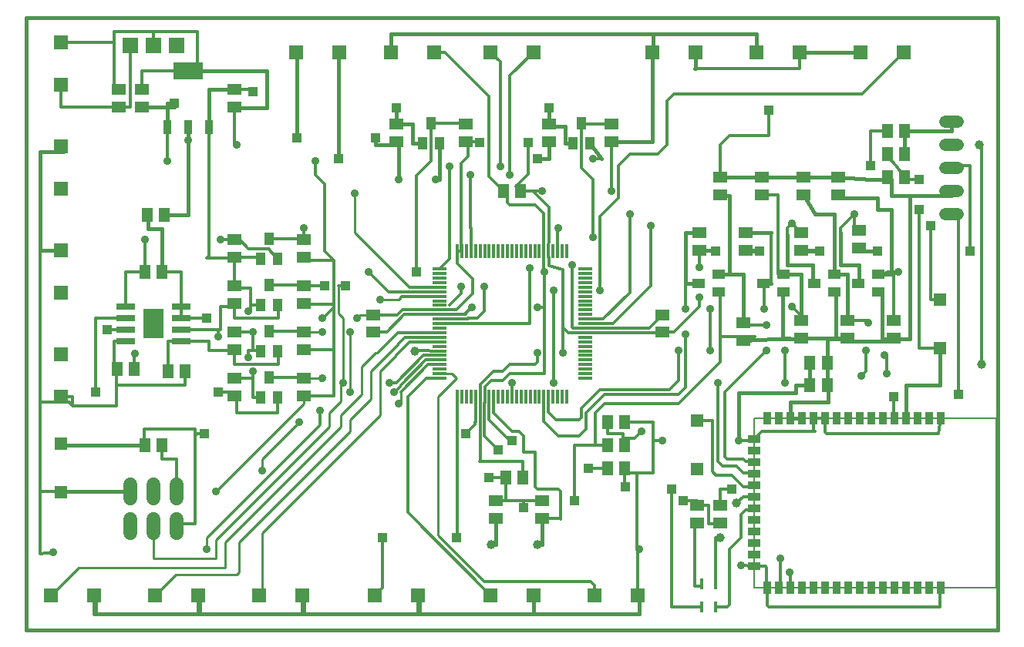
<source format=gtl>
G75*
%MOIN*%
%OFA0B0*%
%FSLAX25Y25*%
%IPPOS*%
%LPD*%
%AMOC8*
5,1,8,0,0,1.08239X$1,22.5*
%
%ADD10C,0.01600*%
%ADD11R,0.05906X0.05118*%
%ADD12R,0.05118X0.05906*%
%ADD13C,0.05200*%
%ADD14C,0.00500*%
%ADD15R,0.05512X0.03543*%
%ADD16R,0.03543X0.05512*%
%ADD17R,0.01772X0.04921*%
%ADD18R,0.05543X0.05543*%
%ADD19R,0.06750X0.06750*%
%ADD20R,0.06150X0.06150*%
%ADD21R,0.08000X0.02600*%
%ADD22R,0.09000X0.13100*%
%ADD23R,0.03300X0.06300*%
%ADD24R,0.13000X0.07500*%
%ADD25R,0.05512X0.03937*%
%ADD26R,0.05906X0.01378*%
%ADD27R,0.01378X0.05906*%
%ADD28C,0.03969*%
%ADD29C,0.06000*%
%ADD30R,0.03937X0.05512*%
%ADD31C,0.01200*%
%ADD32C,0.03569*%
%ADD33R,0.03962X0.03962*%
%ADD34C,0.01000*%
%ADD35C,0.03962*%
D10*
X0001800Y0008495D02*
X0001800Y0273495D01*
X0421800Y0273495D01*
X0421800Y0008495D01*
X0001800Y0008495D01*
X0031052Y0015495D02*
X0031052Y0023495D01*
X0031800Y0023495D01*
X0031800Y0015495D01*
X0076052Y0015495D01*
X0076052Y0023495D01*
X0076800Y0023495D01*
X0076800Y0015495D01*
X0121052Y0015495D01*
X0121052Y0023495D01*
X0121800Y0023495D01*
X0121800Y0015495D01*
X0171052Y0015495D01*
X0171052Y0023495D01*
X0171800Y0023495D01*
X0171800Y0015495D01*
X0221052Y0015495D01*
X0221052Y0023495D01*
X0221052Y0015495D02*
X0266800Y0015495D01*
X0266800Y0023495D01*
X0266052Y0023495D01*
X0224800Y0045495D02*
X0224800Y0056755D01*
X0224800Y0045495D02*
X0222643Y0045495D01*
X0204800Y0045495D02*
X0204800Y0056755D01*
X0204800Y0045495D02*
X0202957Y0045495D01*
X0309800Y0090495D02*
X0309800Y0110995D01*
X0334300Y0110995D01*
X0334300Y0114495D01*
X0340560Y0114495D01*
X0340560Y0123995D01*
X0348040Y0123995D02*
X0348040Y0114495D01*
X0348300Y0114495D01*
X0348300Y0106995D01*
X0332127Y0106995D01*
X0332127Y0100149D01*
X0337127Y0100149D01*
X0348040Y0123995D02*
X0348040Y0134495D01*
X0351800Y0134495D01*
X0356800Y0134495D01*
X0356800Y0134755D01*
X0356800Y0133495D01*
X0358800Y0133495D01*
X0376800Y0133495D01*
X0376800Y0134755D01*
X0376800Y0134495D01*
X0383800Y0134495D01*
X0383800Y0196495D01*
X0375800Y0196495D01*
X0375800Y0203235D01*
X0374060Y0203235D01*
X0374060Y0204495D01*
X0374060Y0203235D02*
X0366800Y0203235D01*
X0352800Y0204235D01*
X0337800Y0204235D01*
X0319800Y0204235D01*
X0301800Y0204235D01*
X0301800Y0196755D02*
X0301800Y0196495D01*
X0305800Y0196495D01*
X0305800Y0162235D01*
X0301131Y0162235D01*
X0311800Y0162235D01*
X0311800Y0141235D01*
X0311800Y0133755D02*
X0331800Y0134755D01*
X0331800Y0134495D01*
X0336800Y0134495D01*
X0336800Y0134755D01*
X0356800Y0134755D01*
X0358800Y0134755D01*
X0358800Y0133495D01*
X0351800Y0134495D02*
X0351800Y0154755D01*
X0351131Y0154755D01*
X0351131Y0162235D02*
X0351131Y0188495D01*
X0342800Y0188495D01*
X0337800Y0196755D01*
X0352800Y0196755D02*
X0352800Y0195495D01*
X0369800Y0195495D01*
X0369800Y0190495D01*
X0375800Y0190495D01*
X0375800Y0162235D01*
X0372800Y0162235D01*
X0370131Y0162235D01*
X0370131Y0154755D02*
X0371800Y0154755D01*
X0371800Y0134495D01*
X0376800Y0134495D01*
X0396800Y0130495D02*
X0396800Y0114495D01*
X0382127Y0114495D01*
X0382127Y0100149D01*
X0331800Y0134495D02*
X0328800Y0134495D01*
X0328800Y0154755D01*
X0329131Y0154755D01*
X0323800Y0158495D02*
X0320469Y0158495D01*
X0329131Y0162235D02*
X0336800Y0162235D01*
X0336800Y0142235D01*
X0356800Y0142235D02*
X0356800Y0162235D01*
X0351131Y0162235D01*
X0353800Y0166495D02*
X0353800Y0180495D01*
X0361800Y0180495D02*
X0361800Y0181235D01*
X0361800Y0173755D02*
X0361800Y0172495D01*
X0369800Y0172495D01*
X0361800Y0166495D02*
X0353800Y0166495D01*
X0361800Y0166495D02*
X0361800Y0158495D01*
X0361469Y0158495D01*
X0342469Y0158495D02*
X0341800Y0158495D01*
X0341800Y0166495D01*
X0330800Y0166495D01*
X0330800Y0179495D01*
X0336800Y0179495D02*
X0336800Y0180235D01*
X0336800Y0172755D02*
X0344800Y0172755D01*
X0344800Y0172495D01*
X0336800Y0172495D01*
X0336800Y0172755D01*
X0323800Y0180495D02*
X0312800Y0180495D01*
X0312800Y0180235D01*
X0312800Y0172755D02*
X0319800Y0172755D01*
X0318800Y0172495D01*
X0312800Y0172495D01*
X0312800Y0172755D01*
X0299800Y0172755D02*
X0299800Y0172495D01*
X0299800Y0172755D02*
X0292800Y0172755D01*
X0292800Y0180235D02*
X0286800Y0180235D01*
X0286800Y0158495D01*
X0292469Y0158495D01*
X0301131Y0154755D02*
X0301800Y0154755D01*
X0383800Y0196495D02*
X0401800Y0196495D01*
X0401800Y0198495D01*
X0381540Y0214495D02*
X0381540Y0224495D01*
X0401800Y0224495D01*
X0401800Y0228495D01*
X0362548Y0258495D02*
X0336052Y0258495D01*
X0317548Y0258495D02*
X0317548Y0266495D01*
X0272800Y0266495D01*
X0159548Y0266495D01*
X0159548Y0258495D01*
X0137052Y0258495D02*
X0136800Y0258495D01*
X0136800Y0212495D01*
X0152800Y0218495D02*
X0161800Y0218495D01*
X0161800Y0219755D01*
X0162800Y0219755D01*
X0162800Y0203495D01*
X0180540Y0203495D02*
X0180540Y0219164D01*
X0173060Y0219164D02*
X0168800Y0219164D01*
X0168800Y0227495D01*
X0161800Y0227495D01*
X0161800Y0234495D01*
X0161800Y0227495D02*
X0161800Y0227235D01*
X0152800Y0221495D02*
X0152800Y0218495D01*
X0118800Y0221495D02*
X0118800Y0258495D01*
X0118548Y0258495D01*
X0105800Y0250495D02*
X0105800Y0234495D01*
X0091800Y0234495D01*
X0091800Y0234755D01*
X0091800Y0242235D02*
X0080800Y0242235D01*
X0080800Y0223495D01*
X0071800Y0225895D02*
X0071800Y0187995D01*
X0061540Y0187995D01*
X0060540Y0181995D02*
X0054300Y0181995D01*
X0054300Y0187995D01*
X0054060Y0187995D01*
X0060540Y0181995D02*
X0060540Y0163495D01*
X0016800Y0172747D02*
X0007800Y0172747D01*
X0007800Y0215495D01*
X0017800Y0215495D01*
X0051800Y0234755D02*
X0065800Y0234755D01*
X0065800Y0236495D01*
X0062745Y0236495D01*
X0062745Y0225895D01*
X0075800Y0250495D02*
X0105800Y0250495D01*
X0222800Y0212495D02*
X0227800Y0212495D01*
X0227800Y0219755D01*
X0234800Y0219164D02*
X0234800Y0226495D01*
X0227800Y0226495D01*
X0227800Y0227235D01*
X0227800Y0234495D01*
X0234800Y0219164D02*
X0238060Y0219164D01*
X0245540Y0219164D02*
X0250540Y0212495D01*
X0254800Y0219755D02*
X0272548Y0219755D01*
X0272548Y0258495D01*
X0272800Y0258495D01*
X0272800Y0266495D01*
X0291052Y0258495D02*
X0291052Y0251495D01*
X0290800Y0251495D01*
X0106800Y0117826D02*
X0106800Y0117235D01*
X0053060Y0088495D02*
X0015800Y0088495D01*
X0015800Y0088995D01*
X0016800Y0088995D01*
X0016800Y0109243D02*
X0016800Y0109495D01*
X0016800Y0068495D02*
X0046800Y0068495D01*
X0016800Y0068495D02*
X0016800Y0067995D01*
D11*
X0091800Y0109755D03*
X0091800Y0117235D03*
X0091800Y0129755D03*
X0091800Y0137235D03*
X0091800Y0149755D03*
X0091800Y0157235D03*
X0091800Y0169755D03*
X0091800Y0177235D03*
X0121800Y0177235D03*
X0121800Y0169755D03*
X0121800Y0157235D03*
X0121800Y0149755D03*
X0121800Y0137235D03*
X0121800Y0129755D03*
X0121800Y0117235D03*
X0121800Y0109755D03*
X0151800Y0137255D03*
X0151800Y0144735D03*
X0161800Y0219755D03*
X0161800Y0227235D03*
X0191800Y0227235D03*
X0191800Y0219755D03*
X0227800Y0219755D03*
X0227800Y0227235D03*
X0254800Y0227235D03*
X0254800Y0219755D03*
X0301800Y0204235D03*
X0301800Y0196755D03*
X0319800Y0196755D03*
X0319800Y0204235D03*
X0337800Y0204235D03*
X0337800Y0196755D03*
X0352800Y0196755D03*
X0352800Y0204235D03*
X0361800Y0181235D03*
X0361800Y0173755D03*
X0336800Y0172755D03*
X0336800Y0180235D03*
X0312800Y0180235D03*
X0312800Y0172755D03*
X0292800Y0172755D03*
X0292800Y0180235D03*
X0276800Y0144735D03*
X0276800Y0137255D03*
X0311800Y0133755D03*
X0311800Y0141235D03*
X0336800Y0142235D03*
X0336800Y0134755D03*
X0356800Y0134755D03*
X0356800Y0142235D03*
X0376800Y0142235D03*
X0376800Y0134755D03*
X0301800Y0062235D03*
X0291800Y0062235D03*
X0291800Y0054755D03*
X0301800Y0054755D03*
X0224800Y0056755D03*
X0224800Y0064235D03*
X0204800Y0064235D03*
X0204800Y0056755D03*
X0091800Y0234755D03*
X0091800Y0242235D03*
X0051800Y0242235D03*
X0051800Y0234755D03*
X0041800Y0234755D03*
X0041800Y0242235D03*
D12*
X0054060Y0187995D03*
X0061540Y0187995D03*
X0060540Y0163495D03*
X0053060Y0163495D03*
X0048540Y0121495D03*
X0041060Y0121495D03*
X0063060Y0120495D03*
X0070540Y0120495D03*
X0060540Y0088495D03*
X0053060Y0088495D03*
X0209060Y0074495D03*
X0216540Y0074495D03*
X0253060Y0078495D03*
X0260540Y0078495D03*
X0260540Y0088495D03*
X0253060Y0088495D03*
X0253060Y0098495D03*
X0260540Y0098495D03*
X0340560Y0114495D03*
X0348040Y0114495D03*
X0348040Y0123995D03*
X0340560Y0123995D03*
X0374060Y0204495D03*
X0381540Y0204495D03*
X0381540Y0214495D03*
X0374060Y0214495D03*
X0374060Y0224495D03*
X0381540Y0224495D03*
X0215540Y0198495D03*
X0208060Y0198495D03*
D13*
X0399200Y0198495D02*
X0404400Y0198495D01*
X0404400Y0208495D02*
X0399200Y0208495D01*
X0399200Y0218495D02*
X0404400Y0218495D01*
X0404400Y0228495D02*
X0399200Y0228495D01*
X0399200Y0188495D02*
X0404400Y0188495D01*
D14*
X0421261Y0100149D02*
X0316339Y0100149D01*
X0316339Y0026841D01*
X0421261Y0026841D01*
X0421261Y0100149D01*
D15*
X0316339Y0090896D03*
X0316339Y0085896D03*
X0316339Y0080896D03*
X0316339Y0075896D03*
X0316339Y0070896D03*
X0316339Y0065896D03*
X0316339Y0060896D03*
X0316339Y0055896D03*
X0316339Y0050896D03*
X0316339Y0045896D03*
X0316339Y0040896D03*
X0316339Y0035896D03*
D16*
X0322127Y0026841D03*
X0327127Y0026841D03*
X0332127Y0026841D03*
X0337127Y0026841D03*
X0342127Y0026841D03*
X0347127Y0026841D03*
X0352127Y0026841D03*
X0357127Y0026841D03*
X0362127Y0026841D03*
X0367127Y0026841D03*
X0372127Y0026841D03*
X0377127Y0026841D03*
X0382127Y0026841D03*
X0387127Y0026841D03*
X0392127Y0026841D03*
X0397127Y0026841D03*
X0397127Y0100149D03*
X0392127Y0100149D03*
X0387127Y0100149D03*
X0382127Y0100149D03*
X0377127Y0100149D03*
X0372127Y0100149D03*
X0367127Y0100149D03*
X0362127Y0100149D03*
X0357127Y0100149D03*
X0352127Y0100149D03*
X0347127Y0100149D03*
X0342127Y0100149D03*
X0337127Y0100149D03*
X0332127Y0100149D03*
X0327127Y0100149D03*
X0322127Y0100149D03*
D17*
X0299851Y0028495D03*
X0293749Y0028495D03*
X0293749Y0018495D03*
X0299851Y0018495D03*
D18*
X0291800Y0077995D03*
X0291800Y0098995D03*
X0396800Y0130495D03*
X0396800Y0151495D03*
X0016800Y0088995D03*
X0016800Y0067995D03*
D19*
X0046800Y0261495D03*
X0056800Y0261495D03*
X0066800Y0261495D03*
D20*
X0016800Y0262747D03*
X0016800Y0244243D03*
X0016800Y0217747D03*
X0016800Y0199243D03*
X0016800Y0172747D03*
X0016800Y0154243D03*
X0016800Y0127747D03*
X0016800Y0109243D03*
X0012548Y0023495D03*
X0031052Y0023495D03*
X0057548Y0023495D03*
X0076052Y0023495D03*
X0102548Y0023495D03*
X0121052Y0023495D03*
X0152548Y0023495D03*
X0171052Y0023495D03*
X0202548Y0023495D03*
X0221052Y0023495D03*
X0247548Y0023495D03*
X0266052Y0023495D03*
X0272548Y0258495D03*
X0291052Y0258495D03*
X0317548Y0258495D03*
X0336052Y0258495D03*
X0362548Y0258495D03*
X0381052Y0258495D03*
X0221052Y0258495D03*
X0202548Y0258495D03*
X0178052Y0258495D03*
X0159548Y0258495D03*
X0137052Y0258495D03*
X0118548Y0258495D03*
D21*
X0068900Y0148495D03*
X0068900Y0143495D03*
X0068900Y0138495D03*
X0068900Y0133495D03*
X0044700Y0133495D03*
X0044700Y0138495D03*
X0044700Y0143495D03*
X0044700Y0148495D03*
D22*
X0056800Y0140995D03*
D23*
X0062745Y0225895D03*
X0071800Y0225895D03*
X0080855Y0225895D03*
D24*
X0071800Y0250495D03*
D25*
X0292469Y0158495D03*
X0301131Y0162235D03*
X0301131Y0154755D03*
X0320469Y0158495D03*
X0329131Y0162235D03*
X0329131Y0154755D03*
X0342469Y0158495D03*
X0351131Y0162235D03*
X0351131Y0154755D03*
X0361469Y0158495D03*
X0370131Y0162235D03*
X0370131Y0154755D03*
D26*
X0243296Y0154774D03*
X0243296Y0152806D03*
X0243296Y0150837D03*
X0243296Y0148869D03*
X0243296Y0146900D03*
X0243296Y0144932D03*
X0243296Y0142963D03*
X0243296Y0140995D03*
X0243296Y0139026D03*
X0243296Y0137058D03*
X0243296Y0135089D03*
X0243296Y0133121D03*
X0243296Y0131152D03*
X0243296Y0129184D03*
X0243296Y0127215D03*
X0243296Y0125247D03*
X0243296Y0123278D03*
X0243296Y0121310D03*
X0243296Y0119341D03*
X0243296Y0117373D03*
X0243296Y0156743D03*
X0243296Y0158711D03*
X0243296Y0160680D03*
X0243296Y0162648D03*
X0243296Y0164617D03*
X0180304Y0164617D03*
X0180304Y0162648D03*
X0180304Y0160680D03*
X0180304Y0158711D03*
X0180304Y0156743D03*
X0180304Y0154774D03*
X0180304Y0152806D03*
X0180304Y0150837D03*
X0180304Y0148869D03*
X0180304Y0146900D03*
X0180304Y0144932D03*
X0180304Y0142963D03*
X0180304Y0140995D03*
X0180304Y0139026D03*
X0180304Y0137058D03*
X0180304Y0135089D03*
X0180304Y0133121D03*
X0180304Y0131152D03*
X0180304Y0129184D03*
X0180304Y0127215D03*
X0180304Y0125247D03*
X0180304Y0123278D03*
X0180304Y0121310D03*
X0180304Y0119341D03*
X0180304Y0117373D03*
D27*
X0188178Y0109499D03*
X0190146Y0109499D03*
X0192115Y0109499D03*
X0194083Y0109499D03*
X0196052Y0109499D03*
X0198020Y0109499D03*
X0199989Y0109499D03*
X0201957Y0109499D03*
X0203926Y0109499D03*
X0205894Y0109499D03*
X0207863Y0109499D03*
X0209831Y0109499D03*
X0211800Y0109499D03*
X0213769Y0109499D03*
X0215737Y0109499D03*
X0217706Y0109499D03*
X0219674Y0109499D03*
X0221643Y0109499D03*
X0223611Y0109499D03*
X0225580Y0109499D03*
X0227548Y0109499D03*
X0229517Y0109499D03*
X0231485Y0109499D03*
X0233454Y0109499D03*
X0235422Y0109499D03*
X0235422Y0172491D03*
X0233454Y0172491D03*
X0231485Y0172491D03*
X0229517Y0172491D03*
X0227548Y0172491D03*
X0225580Y0172491D03*
X0223611Y0172491D03*
X0221643Y0172491D03*
X0219674Y0172491D03*
X0217706Y0172491D03*
X0215737Y0172491D03*
X0213769Y0172491D03*
X0211800Y0172491D03*
X0209831Y0172491D03*
X0207863Y0172491D03*
X0205894Y0172491D03*
X0203926Y0172491D03*
X0201957Y0172491D03*
X0199989Y0172491D03*
X0198020Y0172491D03*
X0196052Y0172491D03*
X0194083Y0172491D03*
X0192115Y0172491D03*
X0190146Y0172491D03*
X0188178Y0172491D03*
D28*
X0202957Y0045495D03*
X0222643Y0045495D03*
D29*
X0066800Y0050495D02*
X0066800Y0056495D01*
X0056800Y0056495D02*
X0056800Y0050495D01*
X0046800Y0050495D02*
X0046800Y0056495D01*
X0046800Y0065495D02*
X0046800Y0071495D01*
X0056800Y0071495D02*
X0056800Y0065495D01*
X0066800Y0065495D02*
X0066800Y0071495D01*
D30*
X0103060Y0109164D03*
X0110540Y0109164D03*
X0106800Y0117826D03*
X0103060Y0129164D03*
X0110540Y0129164D03*
X0106800Y0137826D03*
X0103060Y0149164D03*
X0110540Y0149164D03*
X0106800Y0157826D03*
X0103060Y0169164D03*
X0110540Y0169164D03*
X0106800Y0177826D03*
X0173060Y0219164D03*
X0180540Y0219164D03*
X0176800Y0227826D03*
X0238060Y0219164D03*
X0245540Y0219164D03*
X0241800Y0227826D03*
D31*
X0241800Y0208495D01*
X0246800Y0203495D01*
X0246800Y0178495D01*
X0231800Y0181495D02*
X0231800Y0182495D01*
X0231485Y0182180D01*
X0231485Y0172491D01*
X0227548Y0172491D02*
X0227800Y0167739D01*
X0227800Y0165995D01*
X0233800Y0164495D01*
X0233800Y0139495D01*
X0233800Y0128495D01*
X0222800Y0128495D02*
X0222800Y0124495D01*
X0221800Y0123495D01*
X0210800Y0123495D01*
X0207800Y0120495D01*
X0203800Y0120495D01*
X0198020Y0114715D01*
X0198020Y0109499D01*
X0198020Y0081715D01*
X0197800Y0081495D01*
X0216540Y0081495D01*
X0216540Y0074495D01*
X0221800Y0070495D02*
X0222800Y0069495D01*
X0231800Y0069495D01*
X0232800Y0068495D01*
X0232800Y0056495D01*
X0232540Y0056755D01*
X0224800Y0056755D01*
X0224800Y0056495D01*
X0216800Y0061495D02*
X0216800Y0064235D01*
X0216800Y0064495D01*
X0216800Y0064235D02*
X0224800Y0064235D01*
X0209060Y0064235D01*
X0209060Y0074495D01*
X0201800Y0074495D01*
X0204800Y0064235D02*
X0209060Y0064235D01*
X0221800Y0070495D02*
X0221800Y0085495D01*
X0216800Y0085495D01*
X0216800Y0092495D01*
X0214800Y0094495D01*
X0211800Y0094495D01*
X0203800Y0102495D01*
X0203800Y0109499D01*
X0203926Y0109499D01*
X0201957Y0109499D02*
X0201800Y0109499D01*
X0201800Y0099495D01*
X0210800Y0090495D01*
X0211800Y0090495D01*
X0205800Y0086495D02*
X0199800Y0092495D01*
X0199800Y0104499D01*
X0199989Y0109499D01*
X0199989Y0113684D01*
X0202800Y0116495D01*
X0207800Y0116495D01*
X0210800Y0119495D01*
X0225800Y0119495D01*
X0225800Y0147995D01*
X0222800Y0147995D01*
X0225800Y0147995D02*
X0225800Y0163495D01*
X0225580Y0163715D01*
X0225580Y0172491D01*
X0225580Y0188715D01*
X0221800Y0192495D01*
X0210800Y0192495D01*
X0209800Y0193495D01*
X0209800Y0196755D01*
X0208060Y0198495D01*
X0201800Y0204755D01*
X0201800Y0239495D01*
X0182800Y0258495D01*
X0178052Y0258495D01*
X0202548Y0258495D02*
X0206800Y0254243D01*
X0206800Y0208995D01*
X0210800Y0205495D02*
X0210800Y0248243D01*
X0221052Y0258495D01*
X0241800Y0227826D02*
X0242391Y0227235D01*
X0254800Y0227235D01*
X0254800Y0219755D02*
X0254800Y0198495D01*
X0257800Y0195495D02*
X0257800Y0209495D01*
X0262800Y0214495D01*
X0274800Y0214495D01*
X0278800Y0218495D01*
X0278800Y0237495D01*
X0281800Y0240495D01*
X0363052Y0240495D01*
X0381052Y0258495D01*
X0336052Y0258495D02*
X0336052Y0251495D01*
X0290800Y0251495D01*
X0322800Y0233495D02*
X0322800Y0222495D01*
X0305800Y0222495D01*
X0301800Y0218495D01*
X0301800Y0204235D01*
X0319800Y0196755D02*
X0326800Y0196755D01*
X0326800Y0162495D01*
X0329131Y0162495D01*
X0329131Y0162235D01*
X0323800Y0158495D02*
X0323800Y0180495D01*
X0330800Y0179495D02*
X0330800Y0182495D01*
X0332800Y0184495D01*
X0336800Y0180495D01*
X0336800Y0180235D01*
X0353800Y0180495D02*
X0353800Y0182495D01*
X0359800Y0188495D01*
X0359800Y0183235D01*
X0361800Y0181235D01*
X0374060Y0163495D02*
X0372800Y0162235D01*
X0376800Y0162235D01*
X0376800Y0142235D01*
X0365800Y0141495D02*
X0365060Y0142235D01*
X0356800Y0142235D01*
X0364800Y0129495D02*
X0364800Y0120495D01*
X0362800Y0118495D01*
X0373800Y0119495D02*
X0373800Y0126495D01*
X0372800Y0127495D01*
X0387800Y0130495D02*
X0387800Y0190495D01*
X0392800Y0183495D02*
X0392800Y0151495D01*
X0396800Y0151495D01*
X0378800Y0163495D02*
X0374060Y0163495D01*
X0409800Y0172495D02*
X0409800Y0209495D01*
X0401800Y0209495D01*
X0401800Y0208495D01*
X0387800Y0203495D02*
X0381540Y0203495D01*
X0381540Y0204495D01*
X0377800Y0209495D01*
X0374060Y0213235D01*
X0374060Y0214495D01*
X0366800Y0209495D02*
X0366800Y0224495D01*
X0374060Y0224495D01*
X0366800Y0203235D02*
X0360800Y0203235D01*
X0401800Y0188495D02*
X0403800Y0188495D01*
X0404800Y0187495D01*
X0404800Y0110495D01*
X0397127Y0100149D02*
X0395973Y0093495D01*
X0347800Y0093495D01*
X0347127Y0094168D01*
X0347127Y0100149D01*
X0342454Y0100149D01*
X0341800Y0099495D01*
X0341800Y0100476D01*
X0341800Y0100495D01*
X0341800Y0100476D02*
X0342127Y0100149D01*
X0342127Y0095168D01*
X0342800Y0094495D01*
X0319938Y0094495D01*
X0316339Y0090896D01*
X0315938Y0090495D01*
X0309800Y0090495D01*
X0303800Y0083495D02*
X0303800Y0111495D01*
X0321800Y0129495D01*
X0316800Y0135495D02*
X0301800Y0135495D01*
X0301800Y0124495D01*
X0283800Y0106495D01*
X0251800Y0106495D01*
X0247800Y0102495D01*
X0247800Y0088495D01*
X0253060Y0088495D01*
X0253060Y0093495D02*
X0253060Y0098495D01*
X0260540Y0098495D02*
X0272800Y0098495D01*
X0272800Y0090495D01*
X0276800Y0090495D01*
X0272800Y0090495D02*
X0272800Y0076495D01*
X0265800Y0076495D01*
X0265800Y0043495D01*
X0266800Y0043495D01*
X0266052Y0042747D01*
X0266052Y0023495D01*
X0280800Y0018495D02*
X0280800Y0069495D01*
X0285800Y0064495D02*
X0291800Y0064495D01*
X0291800Y0062235D01*
X0296800Y0062235D01*
X0296800Y0054495D01*
X0301800Y0054495D01*
X0301800Y0054755D01*
X0301800Y0048495D02*
X0299851Y0048495D01*
X0299851Y0028495D01*
X0293749Y0028495D02*
X0293749Y0027495D01*
X0290800Y0027495D01*
X0290800Y0054755D01*
X0291800Y0054755D01*
X0301800Y0062235D02*
X0301800Y0069495D01*
X0306800Y0069495D01*
X0311800Y0070495D02*
X0306800Y0075495D01*
X0299800Y0075495D01*
X0298300Y0076995D01*
X0298300Y0098995D01*
X0291800Y0098995D01*
X0283800Y0110495D02*
X0251800Y0110495D01*
X0243800Y0102495D01*
X0243800Y0095495D01*
X0240800Y0092495D01*
X0231800Y0092495D01*
X0225580Y0098715D01*
X0225580Y0109499D01*
X0227548Y0109499D02*
X0227548Y0102747D01*
X0230800Y0099495D01*
X0240800Y0099495D01*
X0241800Y0100495D01*
X0241800Y0104495D01*
X0249800Y0112495D01*
X0279800Y0112495D01*
X0283800Y0116495D01*
X0283800Y0129495D01*
X0286800Y0136495D02*
X0286800Y0113495D01*
X0283800Y0110495D01*
X0300800Y0115495D02*
X0300800Y0081495D01*
X0302800Y0079495D01*
X0308800Y0079495D01*
X0311800Y0076495D01*
X0315740Y0076495D01*
X0316339Y0075896D01*
X0316339Y0080896D02*
X0315740Y0081495D01*
X0312800Y0081495D01*
X0311800Y0082495D01*
X0304800Y0082495D01*
X0303800Y0083495D01*
X0311800Y0070495D02*
X0315938Y0070495D01*
X0316339Y0070896D01*
X0316339Y0065896D02*
X0311800Y0065896D01*
X0308800Y0063495D01*
X0315938Y0060495D02*
X0316339Y0060896D01*
X0315938Y0060495D02*
X0312800Y0060495D01*
X0310800Y0058495D01*
X0310800Y0048495D01*
X0305800Y0043495D01*
X0305800Y0019495D01*
X0304800Y0018495D01*
X0299851Y0018495D01*
X0293749Y0018495D02*
X0280800Y0018495D01*
X0310800Y0036495D02*
X0316399Y0035896D01*
X0316339Y0035896D01*
X0321399Y0035896D01*
X0321800Y0035495D01*
X0321800Y0027167D01*
X0322127Y0026841D01*
X0322127Y0019168D01*
X0322800Y0018495D01*
X0396800Y0018495D01*
X0396800Y0026514D01*
X0397127Y0026841D01*
X0332127Y0026841D02*
X0332127Y0033168D01*
X0331800Y0033495D01*
X0327800Y0027514D02*
X0327800Y0039495D01*
X0327800Y0027514D02*
X0327127Y0026841D01*
X0260800Y0070495D02*
X0260540Y0070495D01*
X0260540Y0078495D01*
X0260540Y0076495D01*
X0265800Y0076495D01*
X0253060Y0078495D02*
X0244800Y0078495D01*
X0247800Y0088495D02*
X0238800Y0088495D01*
X0238800Y0064495D01*
X0259800Y0088495D02*
X0259800Y0091495D01*
X0264800Y0091495D01*
X0267800Y0094495D01*
X0259800Y0093495D02*
X0253060Y0093495D01*
X0259800Y0093495D02*
X0259800Y0091495D01*
X0259800Y0088495D02*
X0260540Y0088495D01*
X0229800Y0115495D02*
X0229800Y0155495D01*
X0219300Y0164995D02*
X0219300Y0140995D01*
X0180304Y0140995D01*
X0180304Y0142963D02*
X0192269Y0142963D01*
X0192269Y0142964D02*
X0192313Y0142966D01*
X0192356Y0142971D01*
X0192399Y0142980D01*
X0192441Y0142993D01*
X0192482Y0143009D01*
X0192522Y0143028D01*
X0192559Y0143050D01*
X0192595Y0143076D01*
X0192629Y0143104D01*
X0192660Y0143135D01*
X0192688Y0143169D01*
X0192714Y0143205D01*
X0192736Y0143242D01*
X0192755Y0143282D01*
X0192771Y0143323D01*
X0192784Y0143365D01*
X0192793Y0143408D01*
X0192798Y0143451D01*
X0192800Y0143495D01*
X0196800Y0143495D01*
X0199800Y0146495D01*
X0199800Y0156995D01*
X0194800Y0153995D02*
X0194800Y0160251D01*
X0188178Y0166873D01*
X0188178Y0172491D01*
X0190146Y0172491D01*
X0189800Y0172837D01*
X0189800Y0210495D01*
X0192800Y0213495D01*
X0192800Y0218755D01*
X0191800Y0219755D01*
X0197540Y0219755D01*
X0197800Y0219495D01*
X0191800Y0227235D02*
X0191800Y0227826D01*
X0176800Y0227826D01*
X0176800Y0211495D01*
X0170300Y0204995D01*
X0170300Y0163495D01*
X0167552Y0156743D02*
X0157800Y0166495D01*
X0156800Y0156495D02*
X0158520Y0154774D01*
X0180304Y0154774D01*
X0180304Y0152806D02*
X0164111Y0152806D01*
X0163800Y0152495D01*
X0167552Y0156743D02*
X0180304Y0156743D01*
X0184800Y0148995D02*
X0189800Y0153995D01*
X0189800Y0156995D01*
X0194800Y0153995D02*
X0187706Y0146900D01*
X0180304Y0146900D01*
X0177898Y0146995D01*
X0164300Y0146995D01*
X0162040Y0144735D01*
X0151800Y0144735D01*
X0152040Y0137495D02*
X0151800Y0137255D01*
X0152040Y0137495D02*
X0157800Y0137495D01*
X0165237Y0144932D01*
X0180304Y0144932D01*
X0191237Y0144932D01*
X0194300Y0147995D01*
X0191800Y0145495D02*
X0191798Y0145449D01*
X0191792Y0145402D01*
X0191783Y0145357D01*
X0191769Y0145312D01*
X0191753Y0145269D01*
X0191732Y0145227D01*
X0191708Y0145187D01*
X0191681Y0145149D01*
X0191651Y0145114D01*
X0191618Y0145081D01*
X0191583Y0145051D01*
X0191545Y0145024D01*
X0191505Y0145000D01*
X0191463Y0144979D01*
X0191420Y0144963D01*
X0191375Y0144949D01*
X0191330Y0144940D01*
X0191283Y0144934D01*
X0191237Y0144932D01*
X0179898Y0146896D02*
X0177898Y0146995D01*
X0179800Y0146995D01*
X0179800Y0146994D02*
X0179817Y0146993D01*
X0179834Y0146988D01*
X0179849Y0146981D01*
X0179863Y0146971D01*
X0179875Y0146959D01*
X0179885Y0146945D01*
X0179892Y0146930D01*
X0179897Y0146913D01*
X0179898Y0146896D01*
X0180304Y0137058D02*
X0162363Y0137058D01*
X0153800Y0128495D01*
X0161800Y0127495D02*
X0167426Y0133121D01*
X0180304Y0133121D01*
X0180304Y0135089D02*
X0165394Y0135089D01*
X0162800Y0132495D01*
X0169800Y0128995D02*
X0171804Y0129495D01*
X0180304Y0129184D01*
X0180304Y0127215D02*
X0173520Y0127215D01*
X0161800Y0115495D01*
X0158800Y0115495D01*
X0163800Y0114495D02*
X0174552Y0125247D01*
X0180304Y0125247D01*
X0180304Y0123278D02*
X0175583Y0123278D01*
X0163800Y0111495D01*
X0166800Y0109495D02*
X0166800Y0059243D01*
X0202548Y0023495D01*
X0199800Y0029495D02*
X0245800Y0029495D01*
X0247548Y0027747D01*
X0247548Y0023495D01*
X0199800Y0029495D02*
X0198800Y0030495D01*
X0187800Y0048495D02*
X0188178Y0048873D01*
X0188178Y0109499D01*
X0196052Y0109499D02*
X0196052Y0098495D01*
X0195800Y0098495D01*
X0195800Y0097495D01*
X0191800Y0093495D01*
X0211800Y0109499D02*
X0211800Y0115495D01*
X0180304Y0117373D02*
X0174678Y0117373D01*
X0166800Y0109495D01*
X0134800Y0109755D02*
X0134800Y0129755D01*
X0121800Y0129755D01*
X0121800Y0137235D02*
X0121800Y0137826D01*
X0106800Y0137826D01*
X0099800Y0137235D02*
X0099800Y0129495D01*
X0097800Y0129495D01*
X0097800Y0126495D01*
X0091800Y0123495D02*
X0091800Y0129755D01*
X0091800Y0129495D01*
X0080800Y0129495D01*
X0080800Y0133495D01*
X0068900Y0133495D01*
X0063060Y0133495D01*
X0063060Y0120495D01*
X0070540Y0120495D02*
X0070540Y0114495D01*
X0040800Y0114495D01*
X0040800Y0105495D01*
X0021800Y0105495D01*
X0020300Y0106995D01*
X0007800Y0106995D01*
X0007800Y0068495D01*
X0016300Y0068495D01*
X0016800Y0067995D01*
X0007800Y0068495D02*
X0007800Y0041495D01*
X0013300Y0041995D01*
X0066800Y0053495D02*
X0066800Y0054495D01*
X0074800Y0054495D01*
X0074800Y0092495D01*
X0075800Y0093495D01*
X0078800Y0093495D01*
X0074800Y0092495D02*
X0074800Y0095495D01*
X0052800Y0095495D01*
X0052800Y0088495D01*
X0053060Y0088495D01*
X0060540Y0088495D02*
X0060540Y0082495D01*
X0066800Y0082495D01*
X0066800Y0068495D01*
X0092800Y0102495D02*
X0110540Y0102495D01*
X0110540Y0109164D01*
X0103060Y0109164D02*
X0099800Y0109164D01*
X0099800Y0117235D01*
X0099800Y0120495D01*
X0099800Y0117235D02*
X0091800Y0117235D01*
X0091800Y0111495D02*
X0084800Y0111495D01*
X0091800Y0111495D02*
X0091800Y0109755D01*
X0092800Y0109755D01*
X0092800Y0102495D01*
X0106800Y0117826D02*
X0118800Y0117826D01*
X0121800Y0117826D01*
X0121800Y0117235D01*
X0121800Y0109755D02*
X0134800Y0109755D01*
X0128800Y0103495D02*
X0128800Y0097495D01*
X0110800Y0123495D02*
X0091800Y0123495D01*
X0099800Y0129495D02*
X0103060Y0129495D01*
X0103060Y0129164D01*
X0110540Y0129164D02*
X0110800Y0129164D01*
X0110800Y0123495D01*
X0099800Y0137235D02*
X0091800Y0137235D01*
X0085800Y0138495D02*
X0085800Y0148495D01*
X0091800Y0148495D01*
X0091800Y0149755D01*
X0091800Y0143495D01*
X0110800Y0143495D01*
X0110800Y0149164D01*
X0110540Y0149164D01*
X0103060Y0149164D02*
X0098800Y0149164D01*
X0098800Y0146495D01*
X0097800Y0146495D01*
X0098800Y0149164D02*
X0098800Y0156495D01*
X0091800Y0156495D01*
X0091800Y0157235D01*
X0091800Y0169755D01*
X0091540Y0169495D01*
X0079800Y0169495D01*
X0080800Y0170495D01*
X0080800Y0223495D01*
X0080800Y0225840D01*
X0080855Y0225895D01*
X0071800Y0225895D02*
X0071800Y0220495D01*
X0062800Y0223495D02*
X0062745Y0223550D01*
X0062745Y0225895D01*
X0062800Y0223495D02*
X0062800Y0211495D01*
X0091800Y0219495D02*
X0091800Y0234755D01*
X0091800Y0242235D02*
X0099800Y0242235D01*
X0099800Y0241495D01*
X0075800Y0250495D02*
X0075800Y0267495D01*
X0056800Y0267495D01*
X0039800Y0267495D01*
X0039800Y0262747D01*
X0039800Y0242235D01*
X0041800Y0242235D01*
X0041800Y0234755D02*
X0046800Y0234755D01*
X0046800Y0261495D01*
X0039800Y0262747D02*
X0016800Y0262747D01*
X0016800Y0244243D02*
X0016800Y0234755D01*
X0041800Y0234755D01*
X0051800Y0242235D02*
X0051800Y0250495D01*
X0071800Y0250495D01*
X0075800Y0250495D01*
X0056800Y0261495D02*
X0056800Y0267495D01*
X0091800Y0219495D02*
X0092800Y0218495D01*
X0126800Y0211495D02*
X0126800Y0205495D01*
X0130800Y0201495D01*
X0130800Y0172495D01*
X0134800Y0168495D01*
X0123060Y0168495D01*
X0121800Y0169755D01*
X0121800Y0168495D01*
X0123060Y0168495D01*
X0121800Y0177235D02*
X0121800Y0182495D01*
X0121800Y0177826D02*
X0121800Y0177235D01*
X0121800Y0177826D02*
X0106800Y0177826D01*
X0106800Y0173495D02*
X0097800Y0173495D01*
X0094060Y0177235D01*
X0091800Y0177235D01*
X0086060Y0177235D01*
X0085800Y0177495D01*
X0091800Y0169755D02*
X0103060Y0169755D01*
X0103060Y0169164D01*
X0106800Y0172904D02*
X0106800Y0173495D01*
X0106800Y0172904D02*
X0110540Y0169164D01*
X0106800Y0157826D02*
X0121800Y0157826D01*
X0121800Y0157235D01*
X0130540Y0157235D01*
X0130800Y0157495D01*
X0136800Y0157495D02*
X0139800Y0157495D01*
X0134800Y0149495D02*
X0121800Y0149495D01*
X0121800Y0149755D01*
X0134800Y0149495D02*
X0134800Y0168495D01*
X0134800Y0149495D02*
X0134800Y0129755D01*
X0085800Y0138495D02*
X0084300Y0138495D01*
X0084800Y0137995D01*
X0084800Y0135495D01*
X0084300Y0138495D02*
X0068900Y0138495D01*
X0068900Y0143495D02*
X0067800Y0143495D01*
X0068900Y0143495D02*
X0068900Y0148495D01*
X0068900Y0163495D01*
X0060540Y0163495D01*
X0053060Y0163495D02*
X0044700Y0163495D01*
X0044700Y0148495D01*
X0044700Y0143495D02*
X0031800Y0143495D01*
X0031800Y0111495D01*
X0040800Y0114495D02*
X0040800Y0121495D01*
X0039800Y0121495D01*
X0039800Y0133495D01*
X0044700Y0133495D01*
X0044700Y0138495D02*
X0036800Y0138495D01*
X0048540Y0127735D02*
X0048800Y0127995D01*
X0048540Y0127735D02*
X0048540Y0121495D01*
X0041060Y0121495D02*
X0040800Y0121495D01*
X0021800Y0109243D02*
X0016800Y0109243D01*
X0021800Y0109243D02*
X0021800Y0105495D01*
X0007800Y0106995D02*
X0007800Y0172747D01*
X0053060Y0177235D02*
X0053060Y0163495D01*
X0068900Y0143495D02*
X0079800Y0143495D01*
X0180304Y0164617D02*
X0184800Y0169113D01*
X0184800Y0208995D01*
X0193800Y0205495D02*
X0193800Y0182211D01*
X0194083Y0182211D01*
X0194083Y0172491D01*
X0227548Y0172491D02*
X0227800Y0178743D01*
X0227800Y0191495D01*
X0220800Y0198495D01*
X0224800Y0198495D01*
X0220800Y0198495D02*
X0215540Y0198495D01*
X0213540Y0200495D01*
X0218800Y0205755D01*
X0218800Y0219495D01*
X0246800Y0212495D02*
X0250540Y0212495D01*
X0257800Y0195495D02*
X0249800Y0187495D01*
X0249800Y0155495D01*
X0251269Y0142963D02*
X0262800Y0154495D01*
X0262800Y0188495D01*
X0271800Y0183495D02*
X0271800Y0157495D01*
X0255300Y0140995D01*
X0243296Y0140995D01*
X0243296Y0142963D02*
X0251269Y0142963D01*
X0243296Y0139026D02*
X0238269Y0139026D01*
X0237800Y0139495D01*
X0237800Y0166495D01*
X0271091Y0139026D02*
X0276800Y0144735D01*
X0271091Y0139026D02*
X0243296Y0139026D01*
X0243296Y0137058D02*
X0236237Y0137058D01*
X0233800Y0139495D01*
X0243296Y0137058D02*
X0276603Y0137058D01*
X0276800Y0137255D01*
X0277040Y0137495D01*
X0281800Y0137495D01*
X0292800Y0148495D01*
X0292800Y0152495D01*
X0297300Y0147495D02*
X0297300Y0129495D01*
X0301800Y0135495D02*
X0301800Y0154755D01*
X0286800Y0158495D02*
X0286800Y0147495D01*
X0311800Y0141235D02*
X0312540Y0140495D01*
X0321800Y0140495D01*
X0320800Y0147495D02*
X0320800Y0158164D01*
X0320469Y0158495D01*
X0332800Y0148495D02*
X0336800Y0144495D01*
X0336800Y0142235D01*
X0329800Y0129495D02*
X0329800Y0115495D01*
X0316800Y0135495D02*
X0311800Y0133755D01*
X0292800Y0165495D02*
X0292800Y0172755D01*
X0387800Y0130495D02*
X0396800Y0130495D01*
X0414800Y0123495D02*
X0414800Y0218495D01*
X0413800Y0218495D01*
X0376800Y0109495D02*
X0376800Y0100476D01*
X0377127Y0100149D01*
X0155800Y0048495D02*
X0155800Y0026747D01*
X0152548Y0023495D01*
X0017800Y0215495D02*
X0016800Y0216495D01*
X0016800Y0217747D01*
D32*
X0062800Y0211495D03*
X0071800Y0220495D03*
X0092800Y0218495D03*
X0126800Y0211495D03*
X0143800Y0197495D03*
X0162800Y0203495D03*
X0178800Y0203495D03*
X0184800Y0208995D03*
X0193800Y0205495D03*
X0206800Y0208995D03*
X0210800Y0205495D03*
X0224800Y0198495D03*
X0246800Y0212495D03*
X0254800Y0198495D03*
X0262800Y0188495D03*
X0271800Y0183495D03*
X0246800Y0178495D03*
X0231800Y0182495D03*
X0237800Y0166495D03*
X0225800Y0163495D03*
X0219300Y0164995D03*
X0229800Y0155495D03*
X0222800Y0147995D03*
X0199800Y0156995D03*
X0189800Y0156995D03*
X0194300Y0147995D03*
X0222800Y0128495D03*
X0233800Y0128495D03*
X0229800Y0115495D03*
X0211800Y0115495D03*
X0162800Y0106495D03*
X0160800Y0111495D03*
X0158800Y0115495D03*
X0141800Y0111495D03*
X0138800Y0115495D03*
X0129800Y0117495D03*
X0128800Y0103495D03*
X0119800Y0098495D03*
X0103800Y0077495D03*
X0083800Y0068495D03*
X0079800Y0043495D03*
X0013300Y0041995D03*
X0099800Y0120495D03*
X0097800Y0126495D03*
X0099800Y0137235D03*
X0097800Y0146495D03*
X0084800Y0135495D03*
X0048800Y0127995D03*
X0053060Y0177235D03*
X0085800Y0177495D03*
X0121800Y0182495D03*
X0149800Y0163495D03*
X0154800Y0151495D03*
X0144800Y0143495D03*
X0141800Y0137495D03*
X0129800Y0137495D03*
X0129800Y0143495D03*
X0249800Y0155495D03*
X0286800Y0147495D03*
X0292800Y0152495D03*
X0297300Y0147495D03*
X0286800Y0136495D03*
X0283800Y0129495D03*
X0297300Y0129495D03*
X0300800Y0115495D03*
X0321800Y0129495D03*
X0329800Y0129495D03*
X0321800Y0140495D03*
X0320800Y0147495D03*
X0332800Y0148495D03*
X0365800Y0141495D03*
X0364800Y0129495D03*
X0372800Y0127495D03*
X0373800Y0119495D03*
X0362800Y0118495D03*
X0329800Y0115495D03*
X0309800Y0090495D03*
X0276800Y0090495D03*
X0267800Y0094495D03*
X0266800Y0043495D03*
X0310800Y0036495D03*
X0327800Y0039495D03*
X0331800Y0033495D03*
X0378800Y0163495D03*
X0359800Y0188495D03*
X0332800Y0184495D03*
X0292800Y0165495D03*
D33*
X0299800Y0172495D03*
X0318800Y0172495D03*
X0344800Y0172495D03*
X0369800Y0172495D03*
X0392800Y0183495D03*
X0387800Y0190495D03*
X0387800Y0203495D03*
X0366800Y0209495D03*
X0322800Y0233495D03*
X0227800Y0234495D03*
X0218800Y0219495D03*
X0222800Y0212495D03*
X0197800Y0219495D03*
X0161800Y0234495D03*
X0152800Y0221495D03*
X0136800Y0212495D03*
X0118800Y0221495D03*
X0099800Y0241495D03*
X0065800Y0236495D03*
X0170300Y0163495D03*
X0139800Y0157495D03*
X0130800Y0157495D03*
X0079800Y0143495D03*
X0036800Y0138495D03*
X0031800Y0111495D03*
X0078800Y0093495D03*
X0084800Y0111495D03*
X0155800Y0048495D03*
X0187800Y0048495D03*
X0216800Y0061495D03*
X0201800Y0074495D03*
X0205800Y0086495D03*
X0211800Y0090495D03*
X0191800Y0093495D03*
X0238800Y0064495D03*
X0244800Y0078495D03*
X0260800Y0070495D03*
X0280800Y0069495D03*
X0285800Y0064495D03*
X0306800Y0069495D03*
X0376800Y0109495D03*
X0404800Y0110495D03*
X0409800Y0172495D03*
D34*
X0198800Y0030495D02*
X0179800Y0049495D01*
X0179800Y0109495D01*
X0187800Y0117495D01*
X0185800Y0119495D01*
X0181800Y0119495D01*
X0181646Y0119341D01*
X0180304Y0119341D01*
X0163800Y0114495D02*
X0160800Y0111495D01*
X0163800Y0111495D02*
X0163800Y0107495D01*
X0162800Y0106495D01*
X0154800Y0101495D02*
X0103800Y0050495D01*
X0103800Y0023495D01*
X0102548Y0023495D01*
X0092800Y0032495D02*
X0066548Y0032495D01*
X0057548Y0023495D01*
X0056800Y0039495D02*
X0083800Y0039495D01*
X0083800Y0047495D01*
X0132800Y0096495D01*
X0132800Y0102495D01*
X0137800Y0107495D01*
X0137800Y0114495D01*
X0138800Y0115495D01*
X0138800Y0143495D01*
X0136800Y0145495D01*
X0136800Y0157495D01*
X0134800Y0149495D02*
X0134800Y0148495D01*
X0129800Y0143495D01*
X0129800Y0137495D02*
X0129540Y0137235D01*
X0121800Y0137235D01*
X0141800Y0137495D02*
X0141800Y0111495D01*
X0146800Y0110495D02*
X0137800Y0101495D01*
X0137800Y0096495D01*
X0087800Y0046495D01*
X0087800Y0035495D01*
X0024548Y0035495D01*
X0012548Y0023495D01*
X0056800Y0039495D02*
X0056800Y0053495D01*
X0079800Y0048495D02*
X0079800Y0043495D01*
X0079800Y0048495D02*
X0128800Y0097495D01*
X0119800Y0098495D02*
X0103800Y0082495D01*
X0103800Y0077495D01*
X0083800Y0068495D02*
X0121800Y0106495D01*
X0121800Y0109755D01*
X0119131Y0117495D02*
X0118800Y0117826D01*
X0119131Y0117495D02*
X0129800Y0117495D01*
X0128800Y0116495D01*
X0146800Y0122495D02*
X0146800Y0110495D01*
X0150800Y0108495D02*
X0141800Y0099495D01*
X0141800Y0094495D01*
X0093800Y0046495D01*
X0093800Y0033495D01*
X0092800Y0032495D01*
X0154800Y0101495D02*
X0154800Y0120495D01*
X0161800Y0127495D01*
X0162800Y0132495D02*
X0150800Y0120495D01*
X0150800Y0108495D01*
X0146800Y0122495D02*
X0152800Y0128495D01*
X0153800Y0128495D01*
X0151800Y0144735D02*
X0146040Y0144735D01*
X0144800Y0143495D01*
X0154800Y0151495D02*
X0162800Y0151495D01*
X0163800Y0152495D01*
X0156800Y0156495D02*
X0149800Y0163495D01*
X0157800Y0166495D02*
X0143800Y0180495D01*
X0143800Y0197495D01*
X0178800Y0203495D02*
X0180540Y0203495D01*
D35*
X0169800Y0128995D03*
X0301800Y0048495D03*
X0308800Y0063495D03*
X0414800Y0123495D03*
X0413800Y0218495D03*
M02*

</source>
